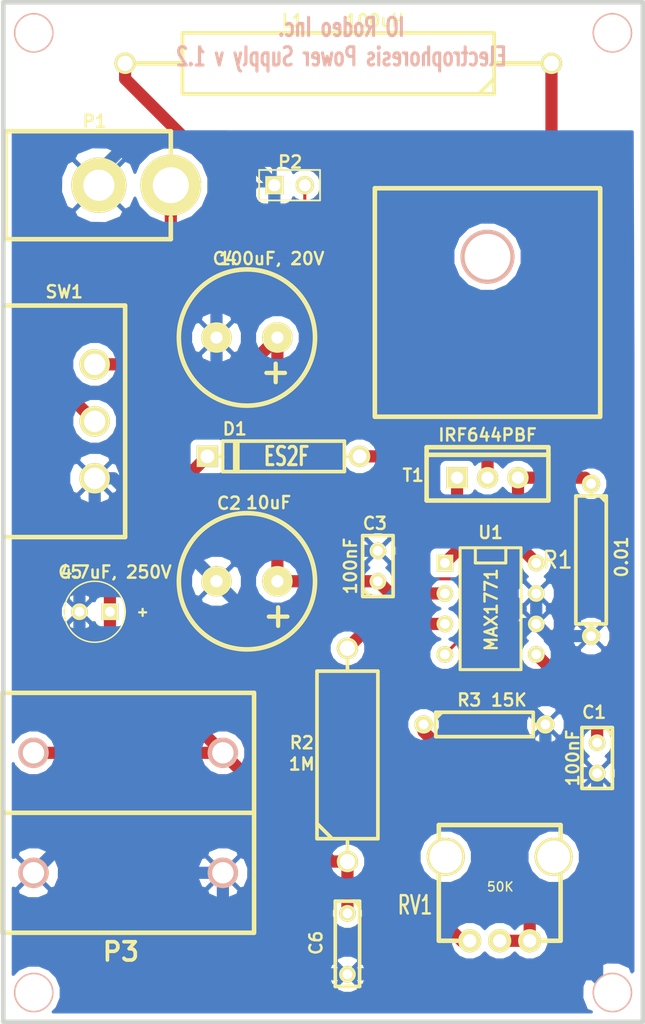
<source format=kicad_pcb>
(kicad_pcb (version 3) (host pcbnew "(2013-feb-26)-testing")

  (general
    (links 37)
    (no_connects 0)
    (area 85.829139 79.809499 139.890501 165.190501)
    (thickness 1.6002)
    (drawings 5)
    (tracks 112)
    (zones 0)
    (modules 22)
    (nets 12)
  )

  (page A4)
  (layers
    (15 Front signal)
    (0 Back signal)
    (16 B.Adhes user)
    (17 F.Adhes user)
    (18 B.Paste user)
    (19 F.Paste user)
    (20 B.SilkS user)
    (21 F.SilkS user)
    (22 B.Mask user)
    (23 F.Mask user)
    (24 Dwgs.User user)
    (25 Cmts.User user)
    (26 Eco1.User user)
    (27 Eco2.User user)
    (28 Edge.Cuts user)
  )

  (setup
    (last_trace_width 1.016)
    (trace_clearance 0.254)
    (zone_clearance 0.508)
    (zone_45_only no)
    (trace_min 0.2032)
    (segment_width 0.381)
    (edge_width 0.381)
    (via_size 0.889)
    (via_drill 0.635)
    (via_min_size 0.889)
    (via_min_drill 0.508)
    (uvia_size 0.508)
    (uvia_drill 0.127)
    (uvias_allowed no)
    (uvia_min_size 0.508)
    (uvia_min_drill 0.127)
    (pcb_text_width 0.3048)
    (pcb_text_size 1.524 2.032)
    (mod_edge_width 0.381)
    (mod_text_size 1.524 1.524)
    (mod_text_width 0.3048)
    (pad_size 3.302 3.302)
    (pad_drill 3.048)
    (pad_to_mask_clearance 0.254)
    (aux_axis_origin 11.938 11.938)
    (visible_elements FFFFFFFF)
    (pcbplotparams
      (layerselection 284196865)
      (usegerberextensions true)
      (excludeedgelayer true)
      (linewidth 60)
      (plotframeref false)
      (viasonmask false)
      (mode 1)
      (useauxorigin false)
      (hpglpennumber 1)
      (hpglpenspeed 20)
      (hpglpendiameter 15)
      (hpglpenoverlay 2)
      (psnegative false)
      (psa4output false)
      (plotreference true)
      (plotvalue true)
      (plotothertext true)
      (plotinvisibletext false)
      (padsonsilk false)
      (subtractmaskfromsilk false)
      (outputformat 1)
      (mirror false)
      (drillshape 0)
      (scaleselection 1)
      (outputdirectory gerber_v1.2/))
  )

  (net 0 "")
  (net 1 /HV)
  (net 2 /PWR)
  (net 3 /SHDN)
  (net 4 GND)
  (net 5 N-0000010)
  (net 6 N-0000011)
  (net 7 N-000002)
  (net 8 N-000005)
  (net 9 N-000007)
  (net 10 N-000008)
  (net 11 N-000009)

  (net_class Default "This is the default net class."
    (clearance 0.254)
    (trace_width 1.016)
    (via_dia 0.889)
    (via_drill 0.635)
    (uvia_dia 0.508)
    (uvia_drill 0.127)
    (add_net "")
    (add_net /HV)
    (add_net /PWR)
    (add_net /SHDN)
    (add_net GND)
    (add_net N-0000010)
    (add_net N-0000011)
    (add_net N-000002)
    (add_net N-000005)
    (add_net N-000007)
    (add_net N-000008)
    (add_net N-000009)
  )

  (module slide_switch (layer Front) (tedit 5175CD83) (tstamp 50E7715C)
    (at 91.44 114.935 270)
    (path /506223F0)
    (fp_text reference SW1 (at -10.795 0 360) (layer F.SilkS)
      (effects (font (size 1.016 1.016) (thickness 0.2032)))
    )
    (fp_text value SWITCH_INV (at -0.01016 1.99898 270) (layer F.SilkS) hide
      (effects (font (size 1.524 1.524) (thickness 0.3048)))
    )
    (fp_line (start -9.652 -5.08) (end 9.652 -5.08) (layer F.SilkS) (width 0.381))
    (fp_line (start 9.652 -5.08) (end 9.652 5.08) (layer F.SilkS) (width 0.381))
    (fp_line (start 9.652 5.08) (end -9.652 5.08) (layer F.SilkS) (width 0.381))
    (fp_line (start -9.652 5.08) (end -9.652 -5.08) (layer F.SilkS) (width 0.381))
    (pad 1 thru_hole circle (at -4.7498 -2.54 270) (size 2.54 2.54) (drill 1.778)
      (layers *.Cu *.Mask F.SilkS)
      (net 9 N-000007)
    )
    (pad 2 thru_hole circle (at 0 -2.54 270) (size 2.54 2.54) (drill 1.778)
      (layers *.Cu *.Mask F.SilkS)
      (net 2 /PWR)
    )
    (pad 3 thru_hole circle (at 4.7498 -2.54 270) (size 2.54 2.54) (drill 1.778)
      (layers *.Cu *.Mask F.SilkS)
      (net 4 GND)
    )
  )

  (module PIN_ARRAY_2X1 (layer Front) (tedit 5175D60F) (tstamp 50E77167)
    (at 110.236 95.25)
    (descr "Connecteurs 2 pins")
    (tags "CONN DEV")
    (path /506224F0)
    (fp_text reference P2 (at 0.0508 -1.9304) (layer F.SilkS)
      (effects (font (size 1.016 1.016) (thickness 0.2032)))
    )
    (fp_text value CONN_2 (at -0.254 0) (layer F.SilkS) hide
      (effects (font (size 0.762 0.762) (thickness 0.1524)))
    )
    (fp_line (start -2.54 1.27) (end -2.54 -1.27) (layer F.SilkS) (width 0.1524))
    (fp_line (start -2.54 -1.27) (end 2.54 -1.27) (layer F.SilkS) (width 0.1524))
    (fp_line (start 2.54 -1.27) (end 2.54 1.27) (layer F.SilkS) (width 0.1524))
    (fp_line (start 2.54 1.27) (end -2.54 1.27) (layer F.SilkS) (width 0.1524))
    (pad 1 thru_hole rect (at -1.27 0) (size 1.524 1.524) (drill 1.016)
      (layers *.Cu *.Mask F.SilkS)
      (net 4 GND)
    )
    (pad 2 thru_hole circle (at 1.27 0) (size 1.524 1.524) (drill 1.016)
      (layers *.Cu *.Mask F.SilkS)
      (net 3 /SHDN)
    )
    (model pin_array/pins_array_2x1.wrl
      (at (xyz 0 0 0))
      (scale (xyz 1 1 1))
      (rotate (xyz 0 0 0))
    )
  )

  (module DIP-8__300 (layer Front) (tedit 5175CE36) (tstamp 50E75116)
    (at 127 130.556 270)
    (descr "8 pins DIL package, round pads")
    (tags DIL)
    (path /5062213B)
    (fp_text reference U1 (at -6.35 0 360) (layer F.SilkS)
      (effects (font (size 1.016 1.016) (thickness 0.2032)))
    )
    (fp_text value MAX1771 (at 0.08636 -0.0508 270) (layer F.SilkS)
      (effects (font (size 1.016 1.016) (thickness 0.2032)))
    )
    (fp_line (start -5.08 -1.27) (end -3.81 -1.27) (layer F.SilkS) (width 0.254))
    (fp_line (start -3.81 -1.27) (end -3.81 1.27) (layer F.SilkS) (width 0.254))
    (fp_line (start -3.81 1.27) (end -5.08 1.27) (layer F.SilkS) (width 0.254))
    (fp_line (start -5.08 -2.54) (end 5.08 -2.54) (layer F.SilkS) (width 0.254))
    (fp_line (start 5.08 -2.54) (end 5.08 2.54) (layer F.SilkS) (width 0.254))
    (fp_line (start 5.08 2.54) (end -5.08 2.54) (layer F.SilkS) (width 0.254))
    (fp_line (start -5.08 2.54) (end -5.08 -2.54) (layer F.SilkS) (width 0.254))
    (pad 1 thru_hole rect (at -3.81 3.81 270) (size 1.397 1.397) (drill 0.8128)
      (layers *.Cu *.Mask F.SilkS)
      (net 7 N-000002)
    )
    (pad 2 thru_hole circle (at -1.27 3.81 270) (size 1.397 1.397) (drill 0.8128)
      (layers *.Cu *.Mask F.SilkS)
      (net 9 N-000007)
    )
    (pad 3 thru_hole circle (at 1.27 3.81 270) (size 1.397 1.397) (drill 0.8128)
      (layers *.Cu *.Mask F.SilkS)
      (net 6 N-0000011)
    )
    (pad 4 thru_hole circle (at 3.81 3.81 270) (size 1.397 1.397) (drill 0.8128)
      (layers *.Cu *.Mask F.SilkS)
      (net 3 /SHDN)
    )
    (pad 5 thru_hole circle (at 3.81 -3.81 270) (size 1.397 1.397) (drill 0.8128)
      (layers *.Cu *.Mask F.SilkS)
      (net 10 N-000008)
    )
    (pad 6 thru_hole circle (at 1.27 -3.81 270) (size 1.397 1.397) (drill 0.8128)
      (layers *.Cu *.Mask F.SilkS)
      (net 4 GND)
    )
    (pad 7 thru_hole circle (at -1.27 -3.81 270) (size 1.397 1.397) (drill 0.8128)
      (layers *.Cu *.Mask F.SilkS)
      (net 4 GND)
    )
    (pad 8 thru_hole circle (at -3.81 -3.81 270) (size 1.397 1.397) (drill 0.8128)
      (layers *.Cu *.Mask F.SilkS)
      (net 8 N-000005)
    )
    (model dil/dil_8.wrl
      (at (xyz 0 0 0))
      (scale (xyz 1 1 1))
      (rotate (xyz 0 0 0))
    )
  )

  (module DCJACK_2PIN (layer Front) (tedit 5175CD7B) (tstamp 50E77150)
    (at 100.33 95.25 180)
    (path /50622201)
    (fp_text reference P1 (at 6.35 5.334 180) (layer F.SilkS)
      (effects (font (size 1.016 1.016) (thickness 0.2032)))
    )
    (fp_text value CONN_2 (at 7.874 0 180) (layer F.SilkS) hide
      (effects (font (size 1.524 1.524) (thickness 0.3048)))
    )
    (fp_line (start 0 -2.70002) (end 0 -4.50088) (layer F.SilkS) (width 0.381))
    (fp_line (start 0 -4.50088) (end 13.79982 -4.50088) (layer F.SilkS) (width 0.381))
    (fp_line (start 13.79982 -4.50088) (end 13.79982 4.39928) (layer F.SilkS) (width 0.381))
    (fp_line (start 13.79982 4.39928) (end 13.79982 4.50088) (layer F.SilkS) (width 0.381))
    (fp_line (start 13.79982 4.50088) (end 0 4.50088) (layer F.SilkS) (width 0.381))
    (fp_line (start 0 4.50088) (end 0 2.70002) (layer F.SilkS) (width 0.381))
    (pad 1 thru_hole circle (at 0 0 180) (size 5.08 5.08) (drill 2.99974)
      (layers *.Cu *.Mask F.SilkS)
      (net 2 /PWR)
    )
    (pad 2 thru_hole circle (at 5.99948 0 180) (size 4.59994 4.59994) (drill 2.60096)
      (layers *.Cu *.Mask F.SilkS)
      (net 4 GND)
    )
  )

  (module CAPPOL (layer Front) (tedit 5175D61A) (tstamp 50E74D69)
    (at 106.68 128.27 180)
    (path /5062216E)
    (fp_text reference C2 (at 1.4986 6.5024 180) (layer F.SilkS)
      (effects (font (size 1.016 1.016) (thickness 0.2032)))
    )
    (fp_text value 10uF (at -1.8034 6.5532 180) (layer F.SilkS)
      (effects (font (size 1.016 1.016) (thickness 0.2032)))
    )
    (fp_text user + (at -2.60096 -2.79908 180) (layer F.SilkS)
      (effects (font (size 2.032 2.032) (thickness 0.3556)))
    )
    (fp_circle (center 0 0) (end 5.08 2.54) (layer F.SilkS) (width 0.381))
    (pad 1 thru_hole circle (at -2.54 0 180) (size 2.54 2.54) (drill 1.016)
      (layers *.Cu *.Mask F.SilkS)
      (net 9 N-000007)
    )
    (pad 2 thru_hole circle (at 2.54 0 180) (size 2.54 2.54) (drill 1.016)
      (layers *.Cu *.Mask F.SilkS)
      (net 4 GND)
    )
  )

  (module CAPPOL (layer Front) (tedit 5175D60A) (tstamp 50E74D71)
    (at 106.68 107.95 180)
    (path /50622169)
    (fp_text reference C4 (at 1.8542 6.5786 180) (layer F.SilkS)
      (effects (font (size 1.016 1.016) (thickness 0.2032)))
    )
    (fp_text value "100uF, 20V" (at -2.0574 6.5786 180) (layer F.SilkS)
      (effects (font (size 1.016 1.016) (thickness 0.2032)))
    )
    (fp_text user + (at -2.39776 -2.80162 180) (layer F.SilkS)
      (effects (font (size 2.032 2.032) (thickness 0.3556)))
    )
    (fp_circle (center 0 0) (end 5.08 2.54) (layer F.SilkS) (width 0.381))
    (pad 1 thru_hole circle (at -2.54 0 180) (size 2.54 2.54) (drill 1.016)
      (layers *.Cu *.Mask F.SilkS)
      (net 9 N-000007)
    )
    (pad 2 thru_hole circle (at 2.54 0 180) (size 2.54 2.54) (drill 1.016)
      (layers *.Cu *.Mask F.SilkS)
      (net 4 GND)
    )
  )

  (module C2 (layer Front) (tedit 51252A35) (tstamp 5175C5EE)
    (at 115.062 158.496 270)
    (descr "Condensateur = 2 pas")
    (tags C)
    (path /5062217E)
    (fp_text reference C6 (at -0.08128 2.62636 270) (layer F.SilkS)
      (effects (font (size 1.016 1.016) (thickness 0.2032)))
    )
    (fp_text value "100nF, 250V" (at 0 0 270) (layer F.SilkS) hide
      (effects (font (size 1.016 1.016) (thickness 0.2032)))
    )
    (fp_line (start -3.556 -1.016) (end 3.556 -1.016) (layer F.SilkS) (width 0.3048))
    (fp_line (start 3.556 -1.016) (end 3.556 1.016) (layer F.SilkS) (width 0.3048))
    (fp_line (start 3.556 1.016) (end -3.556 1.016) (layer F.SilkS) (width 0.3048))
    (fp_line (start -3.556 1.016) (end -3.556 -1.016) (layer F.SilkS) (width 0.3048))
    (fp_line (start -3.556 -0.508) (end -3.048 -1.016) (layer F.SilkS) (width 0.3048))
    (pad 1 thru_hole circle (at -2.54 0 270) (size 1.397 1.397) (drill 0.8128)
      (layers *.Cu *.Mask F.SilkS)
      (net 1 /HV)
    )
    (pad 2 thru_hole circle (at 2.54 0 270) (size 1.397 1.397) (drill 0.8128)
      (layers *.Cu *.Mask F.SilkS)
      (net 4 GND)
    )
    (model discret/capa_2pas_5x5mm.wrl
      (at (xyz 0 0 0))
      (scale (xyz 1 1 1))
      (rotate (xyz 0 0 0))
    )
  )

  (module C1V5 (layer Front) (tedit 5175D624) (tstamp 50E74D84)
    (at 93.98 130.81 180)
    (descr "Condensateur e = 1 pas")
    (tags C)
    (path /5062216C)
    (fp_text reference C5 (at 2.032 3.302 180) (layer F.SilkS)
      (effects (font (size 1.016 1.016) (thickness 0.2032)))
    )
    (fp_text value "4.7uF, 250V" (at -1.778 3.302 180) (layer F.SilkS)
      (effects (font (size 1.016 1.016) (thickness 0.2032)))
    )
    (fp_text user + (at -4.0005 0 180) (layer F.SilkS)
      (effects (font (size 0.762 0.762) (thickness 0.2032)))
    )
    (fp_circle (center 0 0) (end 0.127 -2.54) (layer F.SilkS) (width 0.127))
    (pad 1 thru_hole rect (at -1.27 0 180) (size 1.397 1.397) (drill 0.8128)
      (layers *.Cu *.Mask F.SilkS)
      (net 1 /HV)
    )
    (pad 2 thru_hole circle (at 1.27 0 180) (size 1.397 1.397) (drill 0.8128)
      (layers *.Cu *.Mask F.SilkS)
      (net 4 GND)
    )
    (model discret/c_vert_c1v5.wrl
      (at (xyz 0 0 0))
      (scale (xyz 1 1 1))
      (rotate (xyz 0 0 0))
    )
  )

  (module C1 (layer Front) (tedit 5175CDFA) (tstamp 50E74D8F)
    (at 117.602 127 90)
    (descr "Condensateur e = 1 pas")
    (tags C)
    (path /50622184)
    (fp_text reference C3 (at 3.556 -0.254 180) (layer F.SilkS)
      (effects (font (size 1.016 1.016) (thickness 0.2032)))
    )
    (fp_text value 100nF (at 0 -2.286 90) (layer F.SilkS)
      (effects (font (size 1.016 1.016) (thickness 0.2032)))
    )
    (fp_line (start -2.4892 -1.27) (end 2.54 -1.27) (layer F.SilkS) (width 0.3048))
    (fp_line (start 2.54 -1.27) (end 2.54 1.27) (layer F.SilkS) (width 0.3048))
    (fp_line (start 2.54 1.27) (end -2.54 1.27) (layer F.SilkS) (width 0.3048))
    (fp_line (start -2.54 1.27) (end -2.54 -1.27) (layer F.SilkS) (width 0.3048))
    (fp_line (start -2.54 -0.635) (end -1.905 -1.27) (layer F.SilkS) (width 0.3048))
    (pad 1 thru_hole circle (at -1.27 0 90) (size 1.397 1.397) (drill 0.8128)
      (layers *.Cu *.Mask F.SilkS)
      (net 9 N-000007)
    )
    (pad 2 thru_hole circle (at 1.27 0 90) (size 1.397 1.397) (drill 0.8128)
      (layers *.Cu *.Mask F.SilkS)
      (net 4 GND)
    )
    (model discret/capa_1_pas.wrl
      (at (xyz 0 0 0))
      (scale (xyz 1 1 1))
      (rotate (xyz 0 0 0))
    )
  )

  (module C1 (layer Front) (tedit 5175CE60) (tstamp 50E74D9A)
    (at 135.89 143.002 270)
    (descr "Condensateur e = 1 pas")
    (tags C)
    (path /50622181)
    (fp_text reference C1 (at -3.81 0.254 360) (layer F.SilkS)
      (effects (font (size 1.016 1.016) (thickness 0.2032)))
    )
    (fp_text value 100nF (at 0 2.032 270) (layer F.SilkS)
      (effects (font (size 1.016 1.016) (thickness 0.2032)))
    )
    (fp_line (start -2.4892 -1.27) (end 2.54 -1.27) (layer F.SilkS) (width 0.3048))
    (fp_line (start 2.54 -1.27) (end 2.54 1.27) (layer F.SilkS) (width 0.3048))
    (fp_line (start 2.54 1.27) (end -2.54 1.27) (layer F.SilkS) (width 0.3048))
    (fp_line (start -2.54 1.27) (end -2.54 -1.27) (layer F.SilkS) (width 0.3048))
    (fp_line (start -2.54 -0.635) (end -1.905 -1.27) (layer F.SilkS) (width 0.3048))
    (pad 1 thru_hole circle (at -1.27 0 270) (size 1.397 1.397) (drill 0.8128)
      (layers *.Cu *.Mask F.SilkS)
      (net 10 N-000008)
    )
    (pad 2 thru_hole circle (at 1.27 0 270) (size 1.397 1.397) (drill 0.8128)
      (layers *.Cu *.Mask F.SilkS)
      (net 4 GND)
    )
    (model discret/capa_1_pas.wrl
      (at (xyz 0 0 0))
      (scale (xyz 1 1 1))
      (rotate (xyz 0 0 0))
    )
  )

  (module MOUNT_HOLE_4_40 (layer Front) (tedit 51242535) (tstamp 5124265D)
    (at 88.9 162.56)
    (fp_text reference MOUNT_HOLE_1 (at 0 -2.032) (layer F.SilkS) hide
      (effects (font (size 0.254 0.254) (thickness 0.0635)))
    )
    (fp_text value VAL** (at 0 2.032) (layer F.SilkS) hide
      (effects (font (size 0.254 0.254) (thickness 0.0635)))
    )
    (pad "" thru_hole circle (at 0 0) (size 3.302 3.302) (drill 3.048)
      (layers *.Cu *.SilkS *.Mask)
    )
  )

  (module MOUNT_HOLE_4_40 (layer Front) (tedit 50E784A9) (tstamp 50E7CF87)
    (at 137.16 82.55)
    (fp_text reference MOUNT_HOLE_4 (at 0 -2.032) (layer F.SilkS) hide
      (effects (font (size 0.254 0.254) (thickness 0.0635)))
    )
    (fp_text value VAL** (at 0 2.032) (layer F.SilkS) hide
      (effects (font (size 0.254 0.254) (thickness 0.0635)))
    )
    (pad "" thru_hole circle (at 0 0) (size 3.302 3.302) (drill 3.048)
      (layers *.Cu *.SilkS *.Mask)
    )
  )

  (module MOUNT_HOLE_4_40 (layer Front) (tedit 50E78491) (tstamp 5175C71B)
    (at 88.9 82.55)
    (fp_text reference MOUNT_HOLE_2 (at 0 -2.032) (layer F.SilkS) hide
      (effects (font (size 0.254 0.254) (thickness 0.0635)))
    )
    (fp_text value VAL** (at 0 2.032) (layer F.SilkS) hide
      (effects (font (size 0.254 0.254) (thickness 0.0635)))
    )
    (pad "" thru_hole circle (at 0 0) (size 3.302 3.302) (drill 3.048)
      (layers *.Cu *.SilkS *.Mask)
    )
  )

  (module R4 (layer Front) (tedit 5175CF59) (tstamp 5124205F)
    (at 126.492 140.208)
    (descr "Resitance 4 pas")
    (tags R)
    (path /50622D01)
    (autoplace_cost180 10)
    (fp_text reference R3 (at -1.27 -2.032) (layer F.SilkS)
      (effects (font (size 1.016 1.016) (thickness 0.2032)))
    )
    (fp_text value 15K (at 2.032 -2.032) (layer F.SilkS)
      (effects (font (size 1.016 1.016) (thickness 0.2032)))
    )
    (fp_line (start -5.08 0) (end -4.064 0) (layer F.SilkS) (width 0.3048))
    (fp_line (start -4.064 0) (end -4.064 -1.016) (layer F.SilkS) (width 0.3048))
    (fp_line (start -4.064 -1.016) (end 4.064 -1.016) (layer F.SilkS) (width 0.3048))
    (fp_line (start 4.064 -1.016) (end 4.064 1.016) (layer F.SilkS) (width 0.3048))
    (fp_line (start 4.064 1.016) (end -4.064 1.016) (layer F.SilkS) (width 0.3048))
    (fp_line (start -4.064 1.016) (end -4.064 0) (layer F.SilkS) (width 0.3048))
    (fp_line (start -4.064 -0.508) (end -3.556 -1.016) (layer F.SilkS) (width 0.3048))
    (fp_line (start 5.08 0) (end 4.064 0) (layer F.SilkS) (width 0.3048))
    (pad 1 thru_hole circle (at -5.08 0) (size 1.524 1.524) (drill 0.8128)
      (layers *.Cu *.Mask F.SilkS)
      (net 5 N-0000010)
    )
    (pad 2 thru_hole circle (at 5.08 0) (size 1.524 1.524) (drill 0.8128)
      (layers *.Cu *.Mask F.SilkS)
      (net 4 GND)
    )
    (model discret/resistor.wrl
      (at (xyz 0 0 0))
      (scale (xyz 0.4 0.4 0.4))
      (rotate (xyz 0 0 0))
    )
  )

  (module D5 (layer Front) (tedit 5175CE03) (tstamp 512420B8)
    (at 109.728 117.856 180)
    (descr "Diode 5 pas")
    (tags "DIODE DEV")
    (path /506226AA)
    (fp_text reference D1 (at 4.064 2.286 180) (layer F.SilkS)
      (effects (font (size 1.016 1.016) (thickness 0.2032)))
    )
    (fp_text value ES2F (at -0.254 0 180) (layer F.SilkS)
      (effects (font (size 1.524 1.016) (thickness 0.254)))
    )
    (fp_line (start 6.35 0) (end 5.08 0) (layer F.SilkS) (width 0.3048))
    (fp_line (start 5.08 0) (end 5.08 -1.27) (layer F.SilkS) (width 0.3048))
    (fp_line (start 5.08 -1.27) (end -5.08 -1.27) (layer F.SilkS) (width 0.3048))
    (fp_line (start -5.08 -1.27) (end -5.08 0) (layer F.SilkS) (width 0.3048))
    (fp_line (start -5.08 0) (end -6.35 0) (layer F.SilkS) (width 0.3048))
    (fp_line (start -5.08 0) (end -5.08 1.27) (layer F.SilkS) (width 0.3048))
    (fp_line (start -5.08 1.27) (end 5.08 1.27) (layer F.SilkS) (width 0.3048))
    (fp_line (start 5.08 1.27) (end 5.08 0) (layer F.SilkS) (width 0.3048))
    (fp_line (start 3.81 -1.27) (end 3.81 1.27) (layer F.SilkS) (width 0.3048))
    (fp_line (start 4.064 -1.27) (end 4.064 1.27) (layer F.SilkS) (width 0.3048))
    (pad 1 thru_hole circle (at -6.35 0 180) (size 1.778 1.778) (drill 1.143)
      (layers *.Cu *.Mask F.SilkS)
      (net 11 N-000009)
    )
    (pad 2 thru_hole rect (at 6.35 0 180) (size 1.778 1.778) (drill 1.143)
      (layers *.Cu *.Mask F.SilkS)
      (net 1 /HV)
    )
    (model discret/diode.wrl
      (at (xyz 0 0 0))
      (scale (xyz 0.5 0.5 0.5))
      (rotate (xyz 0 0 0))
    )
  )

  (module R7 (layer Front) (tedit 5175CD61) (tstamp 512420F8)
    (at 115.062 142.748 90)
    (descr "Resitance 7 pas")
    (tags R)
    (path /50622CFF)
    (autoplace_cost180 10)
    (fp_text reference R2 (at 1.016 -3.81 180) (layer F.SilkS)
      (effects (font (size 1.016 1.016) (thickness 0.2032)))
    )
    (fp_text value 1M (at -0.762 -3.81 180) (layer F.SilkS)
      (effects (font (size 1.016 1.016) (thickness 0.2032)))
    )
    (fp_line (start -8.89 0) (end -8.89 0) (layer F.SilkS) (width 0.3048))
    (fp_line (start -8.89 0) (end -8.89 0) (layer F.SilkS) (width 0.3048))
    (fp_line (start 6.985 0) (end 8.89 0) (layer F.SilkS) (width 0.3048))
    (fp_line (start 8.89 0) (end 8.89 0) (layer F.SilkS) (width 0.3048))
    (fp_line (start 6.985 2.54) (end -6.985 2.54) (layer F.SilkS) (width 0.3048))
    (fp_line (start -6.985 -2.54) (end 6.985 -2.54) (layer F.SilkS) (width 0.3048))
    (fp_line (start -6.985 -1.27) (end -5.715 -2.54) (layer F.SilkS) (width 0.3048))
    (fp_line (start 6.985 -2.54) (end 6.985 2.54) (layer F.SilkS) (width 0.3048))
    (fp_line (start -6.985 -2.54) (end -6.985 2.54) (layer F.SilkS) (width 0.3048))
    (fp_line (start -8.89 0) (end -6.985 0) (layer F.SilkS) (width 0.3048))
    (pad 1 thru_hole circle (at -8.89 0 90) (size 1.778 1.778) (drill 1.27)
      (layers *.Cu *.Mask F.SilkS)
      (net 1 /HV)
    )
    (pad 2 thru_hole circle (at 8.89 0 90) (size 1.778 1.778) (drill 1.27)
      (layers *.Cu *.Mask F.SilkS)
      (net 6 N-0000011)
    )
    (model discret/resistor.wrl
      (at (xyz 0 0 0))
      (scale (xyz 0.7 0.7 0.7))
      (rotate (xyz 0 0 0))
    )
  )

  (module R5 (layer Front) (tedit 5175CF85) (tstamp 51242116)
    (at 135.382 126.492 270)
    (descr "Resistance 5 pas")
    (tags R)
    (path /50622C5E)
    (autoplace_cost180 10)
    (fp_text reference R1 (at 0 2.794 360) (layer F.SilkS)
      (effects (font (size 1.397 1.27) (thickness 0.2032)))
    )
    (fp_text value 0.01 (at -0.254 -2.54 270) (layer F.SilkS)
      (effects (font (size 1.016 1.016) (thickness 0.2032)))
    )
    (fp_line (start -6.35 0) (end -5.334 0) (layer F.SilkS) (width 0.3048))
    (fp_line (start 6.35 0) (end 5.334 0) (layer F.SilkS) (width 0.3048))
    (fp_line (start 5.334 -1.27) (end 5.334 1.27) (layer F.SilkS) (width 0.3048))
    (fp_line (start 5.334 1.27) (end -5.334 1.27) (layer F.SilkS) (width 0.3048))
    (fp_line (start -5.334 1.27) (end -5.334 -1.27) (layer F.SilkS) (width 0.3048))
    (fp_line (start -5.334 -1.27) (end 5.334 -1.27) (layer F.SilkS) (width 0.3048))
    (fp_line (start -5.334 -0.762) (end -4.826 -1.27) (layer F.SilkS) (width 0.3048))
    (pad 1 thru_hole circle (at -6.35 0 270) (size 1.524 1.524) (drill 0.8128)
      (layers *.Cu *.Mask F.SilkS)
      (net 8 N-000005)
    )
    (pad 2 thru_hole circle (at 6.35 0 270) (size 1.524 1.524) (drill 0.8128)
      (layers *.Cu *.Mask F.SilkS)
      (net 4 GND)
    )
    (model discret/resistor.wrl
      (at (xyz 0 0 0))
      (scale (xyz 0.5 0.5 0.5))
      (rotate (xyz 0 0 0))
    )
  )

  (module INDUCTOR_COIL (layer Front) (tedit 5175C728) (tstamp 51242043)
    (at 114.3 85.09 180)
    (descr "Power inductor")
    (tags L)
    (path /506223C6)
    (autoplace_cost180 10)
    (fp_text reference L1 (at 3.81 3.556 180) (layer F.SilkS)
      (effects (font (size 1.016 1.016) (thickness 0.2032)))
    )
    (fp_text value 100uH (at -3.048 3.556 180) (layer F.SilkS)
      (effects (font (size 1.016 1.016) (thickness 0.2032)))
    )
    (fp_line (start -13.081 0) (end -16.764 0) (layer F.SilkS) (width 0.381))
    (fp_line (start 13.208 0) (end 16.764 0) (layer F.SilkS) (width 0.381))
    (fp_line (start 12.99972 2.54) (end -12.99972 2.54) (layer F.SilkS) (width 0.3048))
    (fp_line (start -12.99972 -2.54) (end 12.99972 -2.54) (layer F.SilkS) (width 0.3048))
    (fp_line (start -12.98448 -1.27) (end -11.71448 -2.54) (layer F.SilkS) (width 0.3048))
    (fp_line (start 12.99972 -2.54) (end 12.99972 2.54) (layer F.SilkS) (width 0.3048))
    (fp_line (start -12.99972 -2.54) (end -12.99972 2.54) (layer F.SilkS) (width 0.3048))
    (pad 1 thru_hole circle (at -17.78 0 180) (size 1.778 1.778) (drill 1.27)
      (layers *.Cu *.Mask F.SilkS)
      (net 11 N-000009)
    )
    (pad 2 thru_hole circle (at 17.78 0 180) (size 1.778 1.778) (drill 1.27)
      (layers *.Cu *.Mask F.SilkS)
      (net 9 N-000007)
    )
    (model discret/resistor.wrl
      (at (xyz 0 0 0))
      (scale (xyz 0.7 0.7 0.7))
      (rotate (xyz 0 0 0))
    )
  )

  (module BANANA_JACK (layer Front) (tedit 5175C5C4) (tstamp 51242098)
    (at 96.774 147.574)
    (path /50622205)
    (fp_text reference P3 (at -0.60706 11.5824) (layer F.SilkS)
      (effects (font (size 1.524 1.524) (thickness 0.3048)))
    )
    (fp_text value CONN_2 (at 0.53594 -1.3716) (layer F.SilkS) hide
      (effects (font (size 1.524 1.524) (thickness 0.3048)))
    )
    (fp_line (start -10.50036 0) (end 10.50036 0) (layer F.SilkS) (width 0.381))
    (fp_line (start -10.50036 -9.99998) (end -10.50036 9.99998) (layer F.SilkS) (width 0.381))
    (fp_line (start 10.50036 -9.99998) (end 10.50036 9.99998) (layer F.SilkS) (width 0.381))
    (fp_line (start -10.50036 -9.99998) (end 10.50036 -9.99998) (layer F.SilkS) (width 0.381))
    (fp_line (start 10.50036 9.99998) (end -10.50036 9.99998) (layer F.SilkS) (width 0.381))
    (pad 1 thru_hole circle (at -7.8994 -5.00126) (size 2.54 2.54) (drill 1.778)
      (layers *.Cu *.Paste *.SilkS *.Mask)
      (net 1 /HV)
    )
    (pad 1 thru_hole circle (at 7.8994 -5.00126) (size 2.54 2.54) (drill 1.778)
      (layers *.Cu *.Paste *.SilkS *.Mask)
      (net 1 /HV)
    )
    (pad 2 thru_hole circle (at -7.8994 5.00126) (size 2.54 2.54) (drill 1.778)
      (layers *.Cu *.Paste *.SilkS *.Mask)
      (net 4 GND)
    )
    (pad 2 thru_hole circle (at 7.8994 5.00126) (size 2.54 2.54) (drill 1.778)
      (layers *.Cu *.Paste *.SilkS *.Mask)
      (net 4 GND)
    )
  )

  (module TO220_VERT_MOD (layer Front) (tedit 5175CE1D) (tstamp 51243468)
    (at 126.746 119.634 90)
    (descr "Regulateur TO220 serie LM78xx")
    (tags "TR TO220")
    (path /50622BF8)
    (fp_text reference T1 (at 0.20066 -6.20014 180) (layer F.SilkS)
      (effects (font (size 1.016 1.016) (thickness 0.2032)))
    )
    (fp_text value IRF644PBF (at 3.556 0 180) (layer F.SilkS)
      (effects (font (size 1.016 1.016) (thickness 0.2032)))
    )
    (fp_line (start 24.13 9.398) (end 24.13 -9.398) (layer F.SilkS) (width 0.381))
    (fp_line (start 5.08 9.398) (end 24.13 9.398) (layer F.SilkS) (width 0.381))
    (fp_line (start 5.08 -9.398) (end 24.13 -9.398) (layer F.SilkS) (width 0.381))
    (fp_line (start 5.08 -9.398) (end 5.08 9.398) (layer F.SilkS) (width 0.381))
    (fp_line (start 1.905 -5.08) (end 2.54 -5.08) (layer F.SilkS) (width 0.381))
    (fp_line (start 2.54 -5.08) (end 2.54 5.08) (layer F.SilkS) (width 0.381))
    (fp_line (start 2.54 5.08) (end 1.905 5.08) (layer F.SilkS) (width 0.381))
    (fp_line (start -1.905 -5.08) (end 1.905 -5.08) (layer F.SilkS) (width 0.381))
    (fp_line (start 1.905 -5.08) (end 1.905 5.08) (layer F.SilkS) (width 0.381))
    (fp_line (start 1.905 5.08) (end -1.905 5.08) (layer F.SilkS) (width 0.381))
    (fp_line (start -1.905 5.08) (end -1.905 -5.08) (layer F.SilkS) (width 0.381))
    (pad 1 thru_hole rect (at 0 -2.54 90) (size 1.778 1.778) (drill 1.016)
      (layers *.Cu *.Mask F.SilkS)
      (net 7 N-000002)
    )
    (pad 2 thru_hole circle (at 0 0 90) (size 1.778 1.778) (drill 1.016)
      (layers *.Cu *.Mask F.SilkS)
      (net 11 N-000009)
    )
    (pad 3 thru_hole circle (at 0 2.54 90) (size 1.778 1.778) (drill 1.016)
      (layers *.Cu *.Mask F.SilkS)
      (net 8 N-000005)
    )
    (pad "" thru_hole circle (at 18.42008 0 90) (size 4.50088 4.50088) (drill 3.81)
      (layers *.Cu *.Paste *.SilkS *.Mask)
    )
  )

  (module POT_EVUF2A (layer Front) (tedit 51252A50) (tstamp 512432BF)
    (at 127.762 158.242 270)
    (path /50622DAA)
    (fp_text reference RV1 (at -2.9718 7.0612 360) (layer F.SilkS)
      (effects (font (size 1.524 1.016) (thickness 0.2032)))
    )
    (fp_text value 50K (at -4.4958 -0.0508 360) (layer F.SilkS)
      (effects (font (size 0.762 0.762) (thickness 0.127)))
    )
    (fp_line (start -5.08 -5.08) (end -5.588 -5.08) (layer F.SilkS) (width 0.381))
    (fp_line (start -8.89 -5.08) (end -8.382 -5.08) (layer F.SilkS) (width 0.381))
    (fp_line (start -8.89 5.08) (end -8.382 5.08) (layer F.SilkS) (width 0.381))
    (fp_line (start -5.08 5.08) (end -5.588 5.08) (layer F.SilkS) (width 0.381))
    (fp_line (start 0 3.81) (end 0 3.556) (layer F.SilkS) (width 0.381))
    (fp_line (start -5.08 5.08) (end 0 5.08) (layer F.SilkS) (width 0.381))
    (fp_line (start 0 5.08) (end 0 3.81) (layer F.SilkS) (width 0.381))
    (fp_line (start -8.89 -5.08) (end -9.652 -5.08) (layer F.SilkS) (width 0.381))
    (fp_line (start -9.652 -5.08) (end -9.652 5.08) (layer F.SilkS) (width 0.381))
    (fp_line (start -9.652 5.08) (end -8.89 5.08) (layer F.SilkS) (width 0.381))
    (fp_line (start 0 -3.556) (end 0 -5.08) (layer F.SilkS) (width 0.381))
    (fp_line (start 0 -5.08) (end -5.08 -5.08) (layer F.SilkS) (width 0.381))
    (pad 1 thru_hole circle (at 0 2.49936 270) (size 1.9304 1.9304) (drill 1.09982)
      (layers *.Cu *.Mask F.SilkS)
      (net 6 N-0000011)
    )
    (pad 2 thru_hole circle (at 0 0 270) (size 1.9304 1.9304) (drill 1.09982)
      (layers *.Cu *.Mask F.SilkS)
      (net 5 N-0000010)
    )
    (pad 3 thru_hole circle (at 0 -2.49936 270) (size 1.9304 1.9304) (drill 1.09982)
      (layers *.Cu *.Mask F.SilkS)
      (net 5 N-0000010)
    )
    (pad "" thru_hole circle (at -7.00024 4.50088 270) (size 3.175 3.175) (drill 2.7178)
      (layers *.Cu *.Mask F.SilkS)
    )
    (pad "" thru_hole circle (at -7.00024 -4.50088 270) (size 3.175 3.175) (drill 2.7178)
      (layers *.Cu *.Mask F.SilkS)
    )
  )

  (module MOUNT_HOLE_4_40_GND (layer Front) (tedit 5124389B) (tstamp 512438BA)
    (at 137.16 162.56)
    (path /51243742)
    (fp_text reference P4 (at 0 -2.032) (layer F.SilkS) hide
      (effects (font (size 0.254 0.254) (thickness 0.0635)))
    )
    (fp_text value CONN_1 (at 0 2.032) (layer F.SilkS) hide
      (effects (font (size 0.254 0.254) (thickness 0.0635)))
    )
    (pad 1 thru_hole circle (at 0 0) (size 3.302 3.302) (drill 3.048)
      (layers *.Cu *.SilkS *.Mask)
      (net 4 GND)
    )
  )

  (gr_line (start 139.7 80) (end 139.7 165) (angle 90) (layer Edge.Cuts) (width 0.381))
  (gr_line (start 86.36 165) (end 86.36 80) (angle 90) (layer Edge.Cuts) (width 0.381))
  (gr_line (start 139.7 165) (end 86.36 165) (angle 90) (layer Edge.Cuts) (width 0.381))
  (gr_line (start 86.36 80) (end 139.7 80) (angle 90) (layer Edge.Cuts) (width 0.381))
  (gr_text "IO Rodeo Inc.\nElectrophoresis Power Supply v 1.2" (at 114.554 83.312) (layer B.SilkS)
    (effects (font (size 1.524 1.016) (thickness 0.254)) (justify mirror))
  )

  (segment (start 95.25 130.81) (end 95.25 125.984) (width 1.016) (layer Front) (net 1))
  (segment (start 95.25 125.984) (end 103.378 117.856) (width 1.016) (layer Front) (net 1) (tstamp 5175D735))
  (segment (start 95.25 130.81) (end 95.25 133.14934) (width 1.016) (layer Front) (net 1))
  (segment (start 95.25 133.14934) (end 104.6734 142.57274) (width 1.016) (layer Front) (net 1) (tstamp 5175D72D))
  (segment (start 115.062 155.956) (end 115.062 151.638) (width 1.016) (layer Front) (net 1))
  (segment (start 88.8746 142.57274) (end 104.6734 142.57274) (width 1.016) (layer Front) (net 1))
  (segment (start 104.6734 142.57274) (end 113.73866 151.638) (width 1.016) (layer Front) (net 1) (tstamp 5175D27D))
  (segment (start 113.73866 151.638) (end 115.062 151.638) (width 1.016) (layer Front) (net 1) (tstamp 5175D27E))
  (segment (start 100.33 95.25) (end 100.33 103.632) (width 1.016) (layer Front) (net 2))
  (segment (start 91.186 112.141) (end 93.98 114.935) (width 1.016) (layer Front) (net 2) (tstamp 5175D1E0))
  (segment (start 91.186 107.95) (end 91.186 112.141) (width 1.016) (layer Front) (net 2) (tstamp 5175D1DF))
  (segment (start 93.726 105.41) (end 91.186 107.95) (width 1.016) (layer Front) (net 2) (tstamp 5175D1DE))
  (segment (start 98.552 105.41) (end 93.726 105.41) (width 1.016) (layer Front) (net 2) (tstamp 5175D1D7))
  (segment (start 100.33 103.632) (end 98.552 105.41) (width 1.016) (layer Front) (net 2) (tstamp 5175D1D2))
  (segment (start 111.506 95.25) (end 111.506 116.3574) (width 0.254) (layer Front) (net 3))
  (segment (start 124.7394 132.8166) (end 123.19 134.366) (width 0.254) (layer Front) (net 3) (tstamp 5175D3C0))
  (segment (start 124.7394 128.8542) (end 124.7394 132.8166) (width 0.254) (layer Front) (net 3) (tstamp 5175D3BF))
  (segment (start 123.952 128.0668) (end 124.7394 128.8542) (width 0.254) (layer Front) (net 3) (tstamp 5175D3BD))
  (segment (start 122.0978 128.0668) (end 123.952 128.0668) (width 0.254) (layer Front) (net 3) (tstamp 5175D3BC))
  (segment (start 121.2088 127.1778) (end 122.0978 128.0668) (width 0.254) (layer Front) (net 3) (tstamp 5175D3BB))
  (segment (start 121.2088 126.111) (end 121.2088 127.1778) (width 0.254) (layer Front) (net 3) (tstamp 5175D3B8))
  (segment (start 118.3386 123.2408) (end 121.2088 126.111) (width 0.254) (layer Front) (net 3) (tstamp 5175D3B3))
  (segment (start 118.3386 123.19) (end 118.3386 123.2408) (width 0.254) (layer Front) (net 3) (tstamp 5175D3AE))
  (segment (start 111.506 116.3574) (end 118.3386 123.19) (width 0.254) (layer Front) (net 3) (tstamp 5175D3A7))
  (segment (start 93.726 147.701) (end 93.726 135.636) (width 1.016) (layer Back) (net 4))
  (segment (start 92.71 134.62) (end 92.71 130.81) (width 1.016) (layer Back) (net 4) (tstamp 5175D74F))
  (segment (start 93.726 135.636) (end 92.71 134.62) (width 1.016) (layer Back) (net 4) (tstamp 5175D74A))
  (segment (start 92.71 130.81) (end 92.71 124.46) (width 1.016) (layer Back) (net 4))
  (segment (start 92.71 124.46) (end 93.98 123.19) (width 1.016) (layer Back) (net 4) (tstamp 5175D73B))
  (segment (start 93.98 123.19) (end 93.98 119.6848) (width 1.016) (layer Back) (net 4) (tstamp 5175D73F))
  (segment (start 115.062 161.036) (end 135.636 161.036) (width 1.016) (layer Back) (net 4))
  (segment (start 135.636 161.036) (end 137.16 162.56) (width 1.016) (layer Back) (net 4) (tstamp 5175D40D))
  (segment (start 104.6734 152.57526) (end 104.6734 155.0416) (width 1.016) (layer Back) (net 4))
  (segment (start 110.6678 161.036) (end 115.062 161.036) (width 1.016) (layer Back) (net 4) (tstamp 5175D405))
  (segment (start 104.6734 155.0416) (end 110.6678 161.036) (width 1.016) (layer Back) (net 4) (tstamp 5175D404))
  (segment (start 104.6734 152.57526) (end 98.60026 152.57526) (width 1.016) (layer Back) (net 4))
  (segment (start 98.60026 152.57526) (end 93.726 147.701) (width 1.016) (layer Back) (net 4) (tstamp 5175D3FD))
  (segment (start 93.726 147.701) (end 93.726 147.72386) (width 1.016) (layer Back) (net 4) (tstamp 5175D402))
  (segment (start 93.726 147.72386) (end 88.8746 152.57526) (width 1.016) (layer Back) (net 4) (tstamp 5175D3F7))
  (segment (start 131.572 140.208) (end 131.572 142.0876) (width 1.016) (layer Back) (net 4))
  (segment (start 133.7564 144.272) (end 135.89 144.272) (width 1.016) (layer Back) (net 4) (tstamp 5175D332))
  (segment (start 131.572 142.0876) (end 133.7564 144.272) (width 1.016) (layer Back) (net 4) (tstamp 5175D331))
  (segment (start 130.81 131.826) (end 129.8702 131.826) (width 1.016) (layer Back) (net 4))
  (segment (start 128.4478 137.0838) (end 131.572 140.208) (width 1.016) (layer Back) (net 4) (tstamp 5175D32D))
  (segment (start 128.4478 133.2484) (end 128.4478 137.0838) (width 1.016) (layer Back) (net 4) (tstamp 5175D32C))
  (segment (start 129.8702 131.826) (end 128.4478 133.2484) (width 1.016) (layer Back) (net 4) (tstamp 5175D32A))
  (segment (start 130.81 129.286) (end 130.81 131.826) (width 1.016) (layer Back) (net 4))
  (segment (start 130.81 131.826) (end 131.826 132.842) (width 1.016) (layer Back) (net 4) (tstamp 5175D31E))
  (segment (start 131.826 132.842) (end 135.382 132.842) (width 1.016) (layer Back) (net 4) (tstamp 5175D31F))
  (segment (start 104.14 128.27) (end 104.14 128.3208) (width 1.016) (layer Back) (net 4))
  (segment (start 115.6716 125.73) (end 117.602 125.73) (width 1.016) (layer Back) (net 4) (tstamp 5175D31A))
  (segment (start 110.3884 131.0132) (end 115.6716 125.73) (width 1.016) (layer Back) (net 4) (tstamp 5175D317))
  (segment (start 106.8324 131.0132) (end 110.3884 131.0132) (width 1.016) (layer Back) (net 4) (tstamp 5175D316))
  (segment (start 104.14 128.3208) (end 106.8324 131.0132) (width 1.016) (layer Back) (net 4) (tstamp 5175D312))
  (segment (start 93.98 119.6848) (end 95.5548 119.6848) (width 1.016) (layer Back) (net 4))
  (segment (start 95.5548 119.6848) (end 104.14 128.27) (width 1.016) (layer Back) (net 4) (tstamp 5175D2B4))
  (segment (start 135.89 144.272) (end 135.89 161.29) (width 1.016) (layer Back) (net 4))
  (segment (start 135.89 161.29) (end 137.16 162.56) (width 1.016) (layer Back) (net 4) (tstamp 5175D242))
  (segment (start 104.14 107.95) (end 104.14 112.014) (width 1.016) (layer Back) (net 4))
  (segment (start 104.14 112.014) (end 100.584 115.57) (width 1.016) (layer Back) (net 4) (tstamp 5175D229))
  (segment (start 100.584 115.57) (end 100.584 124.714) (width 1.016) (layer Back) (net 4) (tstamp 5175D22B))
  (segment (start 100.584 124.714) (end 104.14 128.27) (width 1.016) (layer Back) (net 4) (tstamp 5175D22C))
  (segment (start 108.966 95.25) (end 108.966 100.33) (width 1.016) (layer Back) (net 4))
  (segment (start 104.14 105.156) (end 104.14 107.95) (width 1.016) (layer Back) (net 4) (tstamp 5175D222))
  (segment (start 108.966 100.33) (end 104.14 105.156) (width 1.016) (layer Back) (net 4) (tstamp 5175D220))
  (segment (start 94.33052 95.25) (end 94.33052 94.13748) (width 1.016) (layer Back) (net 4))
  (segment (start 104.902 91.186) (end 108.966 95.25) (width 1.016) (layer Back) (net 4) (tstamp 5175D21A))
  (segment (start 97.282 91.186) (end 104.902 91.186) (width 1.016) (layer Back) (net 4) (tstamp 5175D218))
  (segment (start 94.33052 94.13748) (end 97.282 91.186) (width 1.016) (layer Back) (net 4) (tstamp 5175D214))
  (segment (start 127.762 158.242) (end 130.26136 158.242) (width 1.016) (layer Front) (net 5))
  (segment (start 121.412 140.208) (end 121.412 140.7922) (width 1.016) (layer Front) (net 5))
  (segment (start 130.26136 156.22016) (end 130.26136 158.242) (width 1.016) (layer Front) (net 5) (tstamp 5175D350))
  (segment (start 129.286 155.2448) (end 130.26136 156.22016) (width 1.016) (layer Front) (net 5) (tstamp 5175D34E))
  (segment (start 129.286 148.6662) (end 129.286 155.2448) (width 1.016) (layer Front) (net 5) (tstamp 5175D34A))
  (segment (start 121.412 140.7922) (end 129.286 148.6662) (width 1.016) (layer Front) (net 5) (tstamp 5175D343))
  (segment (start 125.26264 158.242) (end 124.587 158.242) (width 1.016) (layer Front) (net 6))
  (segment (start 119.1514 133.5786) (end 120.904 131.826) (width 1.016) (layer Front) (net 6) (tstamp 5175D360))
  (segment (start 119.1514 152.8064) (end 119.1514 133.5786) (width 1.016) (layer Front) (net 6) (tstamp 5175D35B))
  (segment (start 124.587 158.242) (end 119.1514 152.8064) (width 1.016) (layer Front) (net 6) (tstamp 5175D359))
  (segment (start 123.19 131.826) (end 120.904 131.826) (width 1.016) (layer Front) (net 6))
  (segment (start 120.904 131.826) (end 117.094 131.826) (width 1.016) (layer Front) (net 6) (tstamp 5175D365))
  (segment (start 117.094 131.826) (end 115.062 133.858) (width 1.016) (layer Front) (net 6) (tstamp 5175D1B7))
  (segment (start 124.206 119.634) (end 124.206 125.73) (width 1.016) (layer Front) (net 7))
  (segment (start 124.206 125.73) (end 123.19 126.746) (width 1.016) (layer Front) (net 7) (tstamp 5175D18C))
  (segment (start 129.286 119.634) (end 134.874 119.634) (width 1.016) (layer Front) (net 8))
  (segment (start 134.874 119.634) (end 135.382 120.142) (width 1.016) (layer Front) (net 8) (tstamp 5175D19E))
  (segment (start 129.286 119.634) (end 129.286 125.222) (width 1.016) (layer Front) (net 8))
  (segment (start 129.286 125.222) (end 130.81 126.746) (width 1.016) (layer Front) (net 8) (tstamp 5175D193))
  (segment (start 98.9838 110.1852) (end 101.4984 107.6706) (width 1.016) (layer Front) (net 9))
  (segment (start 96.52 86.3854) (end 96.52 85.09) (width 1.016) (layer Front) (net 9) (tstamp 5175D56D))
  (segment (start 104.2416 94.107) (end 96.52 86.3854) (width 1.016) (layer Front) (net 9) (tstamp 5175D56A))
  (segment (start 104.2416 102.743) (end 104.2416 94.107) (width 1.016) (layer Front) (net 9) (tstamp 5175D567))
  (segment (start 101.4984 105.4862) (end 104.2416 102.743) (width 1.016) (layer Front) (net 9) (tstamp 5175D564))
  (segment (start 101.4984 107.6706) (end 101.4984 105.4862) (width 1.016) (layer Front) (net 9) (tstamp 5175D563))
  (segment (start 109.22 128.27) (end 117.602 128.27) (width 1.016) (layer Front) (net 9))
  (segment (start 109.22 128.27) (end 109.22 107.95) (width 1.016) (layer Front) (net 9))
  (segment (start 93.98 110.1852) (end 98.9838 110.1852) (width 1.016) (layer Front) (net 9))
  (segment (start 98.9838 110.1852) (end 99.2632 110.1852) (width 1.016) (layer Front) (net 9) (tstamp 5175D561))
  (segment (start 105.664 111.506) (end 109.22 107.95) (width 1.016) (layer Front) (net 9) (tstamp 5175D1ED))
  (segment (start 100.584 111.506) (end 105.664 111.506) (width 1.016) (layer Front) (net 9) (tstamp 5175D1EB))
  (segment (start 99.2632 110.1852) (end 100.584 111.506) (width 1.016) (layer Front) (net 9) (tstamp 5175D1EA))
  (segment (start 123.19 129.286) (end 118.618 129.286) (width 1.016) (layer Front) (net 9))
  (segment (start 118.618 129.286) (end 117.602 128.27) (width 1.016) (layer Front) (net 9) (tstamp 5175D1B4))
  (segment (start 130.81 134.366) (end 135.89 139.446) (width 1.016) (layer Front) (net 10))
  (segment (start 135.89 139.446) (end 135.89 141.732) (width 1.016) (layer Front) (net 10) (tstamp 5175D1A7))
  (segment (start 116.078 117.856) (end 118.491 117.856) (width 1.016) (layer Front) (net 11))
  (segment (start 120.0912 116.2558) (end 126.746 116.2558) (width 1.016) (layer Front) (net 11) (tstamp 5175D2E3))
  (segment (start 118.491 117.856) (end 120.0912 116.2558) (width 1.016) (layer Front) (net 11) (tstamp 5175D2E1))
  (segment (start 126.746 119.634) (end 126.746 116.2558) (width 1.016) (layer Front) (net 11))
  (segment (start 126.746 116.2558) (end 126.746 114.3508) (width 1.016) (layer Front) (net 11) (tstamp 5175D2E7))
  (segment (start 132.08 109.0168) (end 132.08 85.09) (width 1.016) (layer Front) (net 11) (tstamp 5175D2DA))
  (segment (start 126.746 114.3508) (end 132.08 109.0168) (width 1.016) (layer Front) (net 11) (tstamp 5175D2D7))

  (zone (net 4) (net_name GND) (layer Back) (tstamp 5175D086) (hatch edge 0.508)
    (connect_pads (clearance 0.508))
    (min_thickness 0.254)
    (fill (arc_segments 16) (thermal_gap 0.762) (thermal_bridge_width 0.381))
    (polygon
      (pts
        (xy 139.192 164.592) (xy 86.868 164.592) (xy 86.868 90.678) (xy 138.938 90.678)
      )
    )
    (filled_polygon
      (pts
        (xy 138.8745 160.755695) (xy 138.788578 160.841616) (xy 138.630393 160.428145) (xy 137.702641 160.027728) (xy 137.477506 160.024407)
        (xy 137.477506 143.956272) (xy 137.235841 143.372793) (xy 137.23579 143.372716) (xy 137.22373 143.371099) (xy 137.22373 141.467914)
        (xy 137.033502 141.007526) (xy 137.033502 132.516135) (xy 136.783085 131.908939) (xy 136.780209 131.904632) (xy 136.779241 131.904481)
        (xy 136.779241 119.865339) (xy 136.567009 119.351697) (xy 136.17437 118.958372) (xy 135.661099 118.745244) (xy 135.105339 118.744759)
        (xy 134.591697 118.956991) (xy 134.198372 119.34963) (xy 133.985244 119.862901) (xy 133.984759 120.418661) (xy 134.196991 120.932303)
        (xy 134.58963 121.325628) (xy 135.102901 121.538756) (xy 135.658661 121.539241) (xy 136.172303 121.327009) (xy 136.565628 120.93437)
        (xy 136.778756 120.421099) (xy 136.779241 119.865339) (xy 136.779241 131.904481) (xy 136.459075 131.854728) (xy 136.369272 131.944531)
        (xy 136.369272 131.764925) (xy 136.319368 131.443791) (xy 135.712943 131.191508) (xy 135.056135 131.190498) (xy 134.448939 131.440915)
        (xy 134.444632 131.443791) (xy 134.394728 131.764925) (xy 135.382 132.752197) (xy 136.369272 131.764925) (xy 136.369272 131.944531)
        (xy 135.471803 132.842) (xy 136.459075 133.829272) (xy 136.780209 133.779368) (xy 137.032492 133.172943) (xy 137.033502 132.516135)
        (xy 137.033502 141.007526) (xy 137.021145 140.97762) (xy 136.646353 140.602174) (xy 136.369272 140.487119) (xy 136.369272 133.919075)
        (xy 135.382 132.931803) (xy 135.292197 133.021606) (xy 135.292197 132.842) (xy 134.304925 131.854728) (xy 133.983791 131.904632)
        (xy 133.731508 132.511057) (xy 133.730498 133.167865) (xy 133.980915 133.775061) (xy 133.983791 133.779368) (xy 134.304925 133.829272)
        (xy 135.292197 132.842) (xy 135.292197 133.021606) (xy 134.394728 133.919075) (xy 134.444632 134.240209) (xy 135.051057 134.492492)
        (xy 135.707865 134.493502) (xy 136.315061 134.243085) (xy 136.319368 134.240209) (xy 136.369272 133.919075) (xy 136.369272 140.487119)
        (xy 136.156413 140.398733) (xy 135.625914 140.39827) (xy 135.13562 140.600855) (xy 134.760174 140.975647) (xy 134.556733 141.465587)
        (xy 134.55627 141.996086) (xy 134.758855 142.48638) (xy 135.133647 142.861826) (xy 135.139875 142.864412) (xy 134.990793 142.926159)
        (xy 134.990716 142.92621) (xy 134.948554 143.240752) (xy 135.89 144.182197) (xy 136.831446 143.240752) (xy 136.789284 142.92621)
        (xy 136.640707 142.864662) (xy 136.64438 142.863145) (xy 137.019826 142.488353) (xy 137.223267 141.998413) (xy 137.22373 141.467914)
        (xy 137.22373 143.371099) (xy 136.921248 143.330554) (xy 135.979803 144.272) (xy 136.921248 145.213446) (xy 137.23579 145.171284)
        (xy 137.477489 144.587818) (xy 137.477506 143.956272) (xy 137.477506 160.024407) (xy 136.831446 160.014878) (xy 136.831446 145.303248)
        (xy 135.89 144.361803) (xy 135.800197 144.451605) (xy 135.800197 144.272) (xy 134.858752 143.330554) (xy 134.54421 143.372716)
        (xy 134.302511 143.956182) (xy 134.302494 144.587728) (xy 134.544159 145.171207) (xy 134.54421 145.171284) (xy 134.858752 145.213446)
        (xy 135.800197 144.272) (xy 135.800197 144.451605) (xy 134.948554 145.303248) (xy 134.990716 145.61779) (xy 135.574182 145.859489)
        (xy 136.205728 145.859506) (xy 136.789207 145.617841) (xy 136.789284 145.61779) (xy 136.831446 145.303248) (xy 136.831446 160.014878)
        (xy 136.692276 160.012826) (xy 135.753118 160.385709) (xy 135.689607 160.428145) (xy 135.531421 160.841618) (xy 137.16 162.470197)
        (xy 137.174142 162.456055) (xy 137.263945 162.545858) (xy 137.249803 162.56) (xy 137.263945 162.574142) (xy 137.174141 162.663944)
        (xy 137.16 162.649803) (xy 137.145857 162.663944) (xy 137.056055 162.574142) (xy 137.070197 162.56) (xy 135.441618 160.931421)
        (xy 135.028145 161.089607) (xy 134.627728 162.017359) (xy 134.612826 163.027724) (xy 134.985709 163.966882) (xy 135.028145 164.030393)
        (xy 135.404817 164.1745) (xy 134.485765 164.1745) (xy 134.485765 150.801617) (xy 134.148122 149.98446) (xy 133.523469 149.358715)
        (xy 133.223502 149.234157) (xy 133.223502 139.882135) (xy 132.973085 139.274939) (xy 132.970209 139.270632) (xy 132.649075 139.220728)
        (xy 132.559272 139.310531) (xy 132.559272 139.130925) (xy 132.509368 138.809791) (xy 132.397506 138.763254) (xy 132.397506 131.510272)
        (xy 132.397506 128.970272) (xy 132.155841 128.386793) (xy 132.15579 128.386716) (xy 132.14373 128.385099) (xy 132.14373 126.481914)
        (xy 131.941145 125.99162) (xy 131.566353 125.616174) (xy 131.076413 125.412733) (xy 130.810263 125.4125) (xy 130.810263 119.332188)
        (xy 130.578737 118.771852) (xy 130.150403 118.34277) (xy 129.63194 118.127485) (xy 129.63194 100.642489) (xy 129.193583 99.581585)
        (xy 128.382604 98.769189) (xy 127.322467 98.328982) (xy 126.174569 98.32798) (xy 125.113665 98.766337) (xy 124.301269 99.577316)
        (xy 123.861062 100.637453) (xy 123.86006 101.785351) (xy 124.298417 102.846255) (xy 125.109396 103.658651) (xy 126.169533 104.098858)
        (xy 127.317431 104.09986) (xy 128.378335 103.661503) (xy 129.190731 102.850524) (xy 129.630938 101.790387) (xy 129.63194 100.642489)
        (xy 129.63194 118.127485) (xy 129.590472 118.110266) (xy 128.984188 118.109737) (xy 128.423852 118.341263) (xy 128.015664 118.748739)
        (xy 127.610403 118.34277) (xy 127.050472 118.110266) (xy 126.444188 118.109737) (xy 125.883852 118.341263) (xy 125.693687 118.531095)
        (xy 125.633641 118.385771) (xy 125.455168 118.206987) (xy 125.221864 118.110111) (xy 124.969245 118.10989) (xy 123.191245 118.10989)
        (xy 122.957771 118.206359) (xy 122.778987 118.384832) (xy 122.682111 118.618136) (xy 122.68189 118.870755) (xy 122.68189 120.648755)
        (xy 122.778359 120.882229) (xy 122.956832 121.061013) (xy 123.190136 121.157889) (xy 123.442755 121.15811) (xy 125.220755 121.15811)
        (xy 125.454229 121.061641) (xy 125.633013 120.883168) (xy 125.693703 120.737008) (xy 125.881597 120.92523) (xy 126.441528 121.157734)
        (xy 127.047812 121.158263) (xy 127.608148 120.926737) (xy 128.016335 120.51926) (xy 128.421597 120.92523) (xy 128.981528 121.157734)
        (xy 129.587812 121.158263) (xy 130.148148 120.926737) (xy 130.57723 120.498403) (xy 130.809734 119.938472) (xy 130.810263 119.332188)
        (xy 130.810263 125.4125) (xy 130.545914 125.41227) (xy 130.05562 125.614855) (xy 129.680174 125.989647) (xy 129.476733 126.479587)
        (xy 129.47627 127.010086) (xy 129.678855 127.50038) (xy 130.053647 127.875826) (xy 130.059875 127.878412) (xy 129.910793 127.940159)
        (xy 129.910716 127.94021) (xy 129.868554 128.254752) (xy 130.81 129.196197) (xy 131.751446 128.254752) (xy 131.709284 127.94021)
        (xy 131.560707 127.878662) (xy 131.56438 127.877145) (xy 131.939826 127.502353) (xy 132.143267 127.012413) (xy 132.14373 126.481914)
        (xy 132.14373 128.385099) (xy 131.841248 128.344554) (xy 130.899803 129.286) (xy 131.841248 130.227446) (xy 132.15579 130.185284)
        (xy 132.397489 129.601818) (xy 132.397506 128.970272) (xy 132.397506 131.510272) (xy 132.155841 130.926793) (xy 132.15579 130.926716)
        (xy 131.841248 130.884554) (xy 131.751446 130.974356) (xy 131.751446 130.794752) (xy 131.719443 130.556) (xy 131.751446 130.317248)
        (xy 130.81 129.375803) (xy 130.720197 129.465605) (xy 130.720197 129.286) (xy 129.778752 128.344554) (xy 129.46421 128.386716)
        (xy 129.222511 128.970182) (xy 129.222494 129.601728) (xy 129.464159 130.185207) (xy 129.46421 130.185284) (xy 129.778752 130.227446)
        (xy 130.720197 129.286) (xy 130.720197 129.465605) (xy 129.868554 130.317248) (xy 129.900556 130.556) (xy 129.868554 130.794752)
        (xy 130.81 131.736197) (xy 131.751446 130.794752) (xy 131.751446 130.974356) (xy 130.899803 131.826) (xy 131.841248 132.767446)
        (xy 132.15579 132.725284) (xy 132.397489 132.141818) (xy 132.397506 131.510272) (xy 132.397506 138.763254) (xy 132.14373 138.657679)
        (xy 132.14373 134.101914) (xy 131.941145 133.61162) (xy 131.566353 133.236174) (xy 131.560124 133.233587) (xy 131.709207 133.171841)
        (xy 131.709284 133.17179) (xy 131.751446 132.857248) (xy 130.81 131.915803) (xy 130.720197 132.005605) (xy 130.720197 131.826)
        (xy 129.778752 130.884554) (xy 129.46421 130.926716) (xy 129.222511 131.510182) (xy 129.222494 132.141728) (xy 129.464159 132.725207)
        (xy 129.46421 132.725284) (xy 129.778752 132.767446) (xy 130.720197 131.826) (xy 130.720197 132.005605) (xy 129.868554 132.857248)
        (xy 129.910716 133.17179) (xy 130.059292 133.233337) (xy 130.05562 133.234855) (xy 129.680174 133.609647) (xy 129.476733 134.099587)
        (xy 129.47627 134.630086) (xy 129.678855 135.12038) (xy 130.053647 135.495826) (xy 130.543587 135.699267) (xy 131.074086 135.69973)
        (xy 131.56438 135.497145) (xy 131.939826 135.122353) (xy 132.143267 134.632413) (xy 132.14373 134.101914) (xy 132.14373 138.657679)
        (xy 131.902943 138.557508) (xy 131.246135 138.556498) (xy 130.638939 138.806915) (xy 130.634632 138.809791) (xy 130.584728 139.130925)
        (xy 131.572 140.118197) (xy 132.559272 139.130925) (xy 132.559272 139.310531) (xy 131.661803 140.208) (xy 132.649075 141.195272)
        (xy 132.970209 141.145368) (xy 133.222492 140.538943) (xy 133.223502 139.882135) (xy 133.223502 149.234157) (xy 132.706902 149.019647)
        (xy 132.559272 149.019518) (xy 132.559272 141.285075) (xy 131.572 140.297803) (xy 131.482197 140.387606) (xy 131.482197 140.208)
        (xy 130.494925 139.220728) (xy 130.173791 139.270632) (xy 129.921508 139.877057) (xy 129.920498 140.533865) (xy 130.170915 141.141061)
        (xy 130.173791 141.145368) (xy 130.494925 141.195272) (xy 131.482197 140.208) (xy 131.482197 140.387606) (xy 130.584728 141.285075)
        (xy 130.634632 141.606209) (xy 131.241057 141.858492) (xy 131.897865 141.859502) (xy 132.505061 141.609085) (xy 132.509368 141.606209)
        (xy 132.559272 141.285075) (xy 132.559272 149.019518) (xy 131.822737 149.018875) (xy 131.00558 149.356518) (xy 130.379835 149.981171)
        (xy 130.040767 150.797738) (xy 130.039995 151.681903) (xy 130.377638 152.49906) (xy 131.002291 153.124805) (xy 131.818858 153.463873)
        (xy 132.703023 153.464645) (xy 133.52018 153.127002) (xy 134.145925 152.502349) (xy 134.484993 151.685782) (xy 134.485765 150.801617)
        (xy 134.485765 164.1745) (xy 131.861836 164.1745) (xy 131.861836 157.925097) (xy 131.618734 157.336744) (xy 131.168984 156.886208)
        (xy 130.581056 156.642079) (xy 129.944457 156.641524) (xy 129.356104 156.884626) (xy 129.011473 157.228655) (xy 128.669624 156.886208)
        (xy 128.081696 156.642079) (xy 127.445097 156.641524) (xy 126.856744 156.884626) (xy 126.512113 157.228655) (xy 126.170264 156.886208)
        (xy 125.582336 156.642079) (xy 125.484005 156.641993) (xy 125.484005 150.801617) (xy 125.146362 149.98446) (xy 124.52373 149.360739)
        (xy 124.52373 134.101914) (xy 124.321145 133.61162) (xy 123.946353 133.236174) (xy 123.608551 133.095906) (xy 123.94438 132.957145)
        (xy 124.319826 132.582353) (xy 124.523267 132.092413) (xy 124.52373 131.561914) (xy 124.321145 131.07162) (xy 123.946353 130.696174)
        (xy 123.608551 130.555906) (xy 123.94438 130.417145) (xy 124.319826 130.042353) (xy 124.523267 129.552413) (xy 124.52373 129.021914)
        (xy 124.321145 128.53162) (xy 123.946353 128.156174) (xy 123.761966 128.07961) (xy 124.014255 128.07961) (xy 124.247729 127.983141)
        (xy 124.426513 127.804668) (xy 124.523389 127.571364) (xy 124.52361 127.318745) (xy 124.52361 125.921745) (xy 124.427141 125.688271)
        (xy 124.248668 125.509487) (xy 124.015364 125.412611) (xy 123.762745 125.41239) (xy 122.365745 125.41239) (xy 122.132271 125.508859)
        (xy 121.953487 125.687332) (xy 121.856611 125.920636) (xy 121.85639 126.173255) (xy 121.85639 127.570255) (xy 121.952859 127.803729)
        (xy 122.131332 127.982513) (xy 122.364636 128.079389) (xy 122.617255 128.07961) (xy 122.617727 128.07961) (xy 122.43562 128.154855)
        (xy 122.060174 128.529647) (xy 121.856733 129.019587) (xy 121.85627 129.550086) (xy 122.058855 130.04038) (xy 122.433647 130.415826)
        (xy 122.771448 130.556093) (xy 122.43562 130.694855) (xy 122.060174 131.069647) (xy 121.856733 131.559587) (xy 121.85627 132.090086)
        (xy 122.058855 132.58038) (xy 122.433647 132.955826) (xy 122.771448 133.096093) (xy 122.43562 133.234855) (xy 122.060174 133.609647)
        (xy 121.856733 134.099587) (xy 121.85627 134.630086) (xy 122.058855 135.12038) (xy 122.433647 135.495826) (xy 122.923587 135.699267)
        (xy 123.454086 135.69973) (xy 123.94438 135.497145) (xy 124.319826 135.122353) (xy 124.523267 134.632413) (xy 124.52373 134.101914)
        (xy 124.52373 149.360739) (xy 124.521709 149.358715) (xy 123.705142 149.019647) (xy 122.820977 149.018875) (xy 122.809241 149.023724)
        (xy 122.809241 139.931339) (xy 122.597009 139.417697) (xy 122.20437 139.024372) (xy 121.691099 138.811244) (xy 121.135339 138.810759)
        (xy 120.621697 139.022991) (xy 120.228372 139.41563) (xy 120.015244 139.928901) (xy 120.014759 140.484661) (xy 120.226991 140.998303)
        (xy 120.61963 141.391628) (xy 121.132901 141.604756) (xy 121.688661 141.605241) (xy 122.202303 141.393009) (xy 122.595628 141.00037)
        (xy 122.808756 140.487099) (xy 122.809241 139.931339) (xy 122.809241 149.023724) (xy 122.00382 149.356518) (xy 121.378075 149.981171)
        (xy 121.039007 150.797738) (xy 121.038235 151.681903) (xy 121.375878 152.49906) (xy 122.000531 153.124805) (xy 122.817098 153.463873)
        (xy 123.701263 153.464645) (xy 124.51842 153.127002) (xy 125.144165 152.502349) (xy 125.483233 151.685782) (xy 125.484005 150.801617)
        (xy 125.484005 156.641993) (xy 124.945737 156.641524) (xy 124.357384 156.884626) (xy 123.906848 157.334376) (xy 123.662719 157.922304)
        (xy 123.662164 158.558903) (xy 123.905266 159.147256) (xy 124.355016 159.597792) (xy 124.942944 159.841921) (xy 125.579543 159.842476)
        (xy 126.167896 159.599374) (xy 126.512526 159.255344) (xy 126.854376 159.597792) (xy 127.442304 159.841921) (xy 128.078903 159.842476)
        (xy 128.667256 159.599374) (xy 129.011886 159.255344) (xy 129.353736 159.597792) (xy 129.941664 159.841921) (xy 130.578263 159.842476)
        (xy 131.166616 159.599374) (xy 131.617152 159.149624) (xy 131.861281 158.561696) (xy 131.861836 157.925097) (xy 131.861836 164.1745)
        (xy 119.189506 164.1745) (xy 119.189506 125.414272) (xy 118.947841 124.830793) (xy 118.94779 124.830716) (xy 118.633248 124.788554)
        (xy 118.543446 124.878356) (xy 118.543446 124.698752) (xy 118.501284 124.38421) (xy 117.917818 124.142511) (xy 117.602263 124.142502)
        (xy 117.602263 117.554188) (xy 117.370737 116.993852) (xy 116.942403 116.56477) (xy 116.382472 116.332266) (xy 115.776188 116.331737)
        (xy 115.215852 116.563263) (xy 114.78677 116.991597) (xy 114.554266 117.551528) (xy 114.553737 118.157812) (xy 114.785263 118.718148)
        (xy 115.213597 119.14723) (xy 115.773528 119.379734) (xy 116.379812 119.380263) (xy 116.940148 119.148737) (xy 117.36923 118.720403)
        (xy 117.601734 118.160472) (xy 117.602263 117.554188) (xy 117.602263 124.142502) (xy 117.286272 124.142494) (xy 116.702793 124.384159)
        (xy 116.702716 124.38421) (xy 116.660554 124.698752) (xy 117.602 125.640197) (xy 118.543446 124.698752) (xy 118.543446 124.878356)
        (xy 117.691803 125.73) (xy 118.633248 126.671446) (xy 118.94779 126.629284) (xy 119.189489 126.045818) (xy 119.189506 125.414272)
        (xy 119.189506 164.1745) (xy 118.93573 164.1745) (xy 118.93573 128.005914) (xy 118.733145 127.51562) (xy 118.358353 127.140174)
        (xy 118.352124 127.137587) (xy 118.501207 127.075841) (xy 118.501284 127.07579) (xy 118.543446 126.761248) (xy 117.602 125.819803)
        (xy 117.512197 125.909605) (xy 117.512197 125.73) (xy 116.570752 124.788554) (xy 116.25621 124.830716) (xy 116.014511 125.414182)
        (xy 116.014494 126.045728) (xy 116.256159 126.629207) (xy 116.25621 126.629284) (xy 116.570752 126.671446) (xy 117.512197 125.73)
        (xy 117.512197 125.909605) (xy 116.660554 126.761248) (xy 116.702716 127.07579) (xy 116.851292 127.137337) (xy 116.84762 127.138855)
        (xy 116.472174 127.513647) (xy 116.268733 128.003587) (xy 116.26827 128.534086) (xy 116.470855 129.02438) (xy 116.845647 129.399826)
        (xy 117.335587 129.603267) (xy 117.866086 129.60373) (xy 118.35638 129.401145) (xy 118.731826 129.026353) (xy 118.935267 128.536413)
        (xy 118.93573 128.005914) (xy 118.93573 164.1745) (xy 116.649506 164.1745) (xy 116.649506 160.720272) (xy 116.586263 160.567577)
        (xy 116.586263 151.336188) (xy 116.586263 133.556188) (xy 116.354737 132.995852) (xy 115.926403 132.56677) (xy 115.366472 132.334266)
        (xy 114.760188 132.333737) (xy 114.199852 132.565263) (xy 113.77077 132.993597) (xy 113.538266 133.553528) (xy 113.537737 134.159812)
        (xy 113.769263 134.720148) (xy 114.197597 135.14923) (xy 114.757528 135.381734) (xy 115.363812 135.382263) (xy 115.924148 135.150737)
        (xy 116.35323 134.722403) (xy 116.585734 134.162472) (xy 116.586263 133.556188) (xy 116.586263 151.336188) (xy 116.354737 150.775852)
        (xy 115.926403 150.34677) (xy 115.366472 150.114266) (xy 114.760188 150.113737) (xy 114.199852 150.345263) (xy 113.77077 150.773597)
        (xy 113.538266 151.333528) (xy 113.537737 151.939812) (xy 113.769263 152.500148) (xy 114.197597 152.92923) (xy 114.757528 153.161734)
        (xy 115.363812 153.162263) (xy 115.924148 152.930737) (xy 116.35323 152.502403) (xy 116.585734 151.942472) (xy 116.586263 151.336188)
        (xy 116.586263 160.567577) (xy 116.407841 160.136793) (xy 116.40779 160.136716) (xy 116.39573 160.135099) (xy 116.39573 155.691914)
        (xy 116.193145 155.20162) (xy 115.818353 154.826174) (xy 115.328413 154.622733) (xy 114.797914 154.62227) (xy 114.30762 154.824855)
        (xy 113.932174 155.199647) (xy 113.728733 155.689587) (xy 113.72827 156.220086) (xy 113.930855 156.71038) (xy 114.305647 157.085826)
        (xy 114.795587 157.289267) (xy 115.326086 157.28973) (xy 115.81638 157.087145) (xy 116.191826 156.712353) (xy 116.395267 156.222413)
        (xy 116.39573 155.691914) (xy 116.39573 160.135099) (xy 116.093248 160.094554) (xy 116.003446 160.184356) (xy 116.003446 160.004752)
        (xy 115.961284 159.69021) (xy 115.377818 159.448511) (xy 114.746272 159.448494) (xy 114.162793 159.690159) (xy 114.162716 159.69021)
        (xy 114.120554 160.004752) (xy 115.062 160.946197) (xy 116.003446 160.004752) (xy 116.003446 160.184356) (xy 115.151803 161.036)
        (xy 116.093248 161.977446) (xy 116.40779 161.935284) (xy 116.649489 161.351818) (xy 116.649506 160.720272) (xy 116.649506 164.1745)
        (xy 116.003446 164.1745) (xy 116.003446 162.067248) (xy 115.062 161.125803) (xy 114.972197 161.215605) (xy 114.972197 161.036)
        (xy 114.030752 160.094554) (xy 113.71621 160.136716) (xy 113.474511 160.720182) (xy 113.474494 161.351728) (xy 113.716159 161.935207)
        (xy 113.71621 161.935284) (xy 114.030752 161.977446) (xy 114.972197 161.036) (xy 114.972197 161.215605) (xy 114.120554 162.067248)
        (xy 114.162716 162.38179) (xy 114.746182 162.623489) (xy 115.377728 162.623506) (xy 115.961207 162.381841) (xy 115.961284 162.38179)
        (xy 116.003446 162.067248) (xy 116.003446 164.1745) (xy 112.903241 164.1745) (xy 112.903241 94.973339) (xy 112.691009 94.459697)
        (xy 112.29837 94.066372) (xy 111.785099 93.853244) (xy 111.229339 93.852759) (xy 110.715697 94.064991) (xy 110.573773 94.206666)
        (xy 110.481217 93.983765) (xy 110.23092 93.733904) (xy 109.904057 93.598847) (xy 109.25175 93.599) (xy 109.0295 93.82125)
        (xy 109.0295 95.1865) (xy 109.0495 95.1865) (xy 109.0495 95.3135) (xy 109.0295 95.3135) (xy 109.0295 96.67875)
        (xy 109.25175 96.901) (xy 109.904057 96.901153) (xy 110.23092 96.766096) (xy 110.481217 96.516235) (xy 110.573716 96.29347)
        (xy 110.71363 96.433628) (xy 111.226901 96.646756) (xy 111.782661 96.647241) (xy 112.296303 96.435009) (xy 112.689628 96.04237)
        (xy 112.902756 95.529099) (xy 112.903241 94.973339) (xy 112.903241 164.1745) (xy 111.12533 164.1745) (xy 111.12533 127.892735)
        (xy 111.12533 107.572735) (xy 110.835922 106.872314) (xy 110.300505 106.335961) (xy 109.60059 106.045332) (xy 108.9025 106.044722)
        (xy 108.9025 96.67875) (xy 108.9025 95.3135) (xy 108.9025 95.1865) (xy 108.9025 93.82125) (xy 108.68025 93.599)
        (xy 108.027943 93.598847) (xy 107.70108 93.733904) (xy 107.450783 93.983765) (xy 107.315156 94.310391) (xy 107.314847 94.664057)
        (xy 107.315 94.96425) (xy 107.53725 95.1865) (xy 108.9025 95.1865) (xy 108.9025 95.3135) (xy 107.53725 95.3135)
        (xy 107.315 95.53575) (xy 107.314847 95.835943) (xy 107.315156 96.189609) (xy 107.450783 96.516235) (xy 107.70108 96.766096)
        (xy 108.027943 96.901153) (xy 108.68025 96.901) (xy 108.9025 96.67875) (xy 108.9025 106.044722) (xy 108.842735 106.04467)
        (xy 108.142314 106.334078) (xy 107.605961 106.869495) (xy 107.315332 107.56941) (xy 107.31467 108.327265) (xy 107.604078 109.027686)
        (xy 108.139495 109.564039) (xy 108.83941 109.854668) (xy 109.597265 109.85533) (xy 110.297686 109.565922) (xy 110.834039 109.030505)
        (xy 111.124668 108.33059) (xy 111.12533 107.572735) (xy 111.12533 127.892735) (xy 110.835922 127.192314) (xy 110.300505 126.655961)
        (xy 109.60059 126.365332) (xy 108.842735 126.36467) (xy 108.142314 126.654078) (xy 107.605961 127.189495) (xy 107.315332 127.88941)
        (xy 107.31467 128.647265) (xy 107.604078 129.347686) (xy 108.139495 129.884039) (xy 108.83941 130.174668) (xy 109.597265 130.17533)
        (xy 110.297686 129.885922) (xy 110.834039 129.350505) (xy 111.124668 128.65059) (xy 111.12533 127.892735) (xy 111.12533 164.1745)
        (xy 106.836756 164.1745) (xy 106.836756 152.168327) (xy 106.57873 151.526564) (xy 106.57873 142.195475) (xy 106.303356 141.529018)
        (xy 106.303356 127.863067) (xy 106.303356 107.543067) (xy 105.982954 106.746163) (xy 105.957469 106.708021) (xy 105.583578 106.596224)
        (xy 105.493776 106.686026) (xy 105.493776 106.506422) (xy 105.381979 106.132531) (xy 104.591923 105.795593) (xy 103.733067 105.786644)
        (xy 103.505549 105.878119) (xy 103.505549 94.621224) (xy 103.023203 93.453857) (xy 102.130841 92.559936) (xy 100.964317 92.075553)
        (xy 99.701224 92.074451) (xy 98.533857 92.556797) (xy 97.639936 93.449159) (xy 97.33635 94.180273) (xy 97.069125 93.497307)
        (xy 96.997816 93.390586) (xy 96.516915 93.153408) (xy 96.427112 93.243211) (xy 96.427112 93.063605) (xy 96.189934 92.582704)
        (xy 95.027664 92.074173) (xy 93.759261 92.049133) (xy 92.577827 92.511395) (xy 92.471106 92.582704) (xy 92.233928 93.063605)
        (xy 94.33052 95.160197) (xy 96.427112 93.063605) (xy 96.427112 93.243211) (xy 94.420323 95.25) (xy 96.516915 97.346592)
        (xy 96.997816 97.109414) (xy 97.339893 96.327581) (xy 97.636797 97.046143) (xy 98.529159 97.940064) (xy 99.695683 98.424447)
        (xy 100.958776 98.425549) (xy 102.126143 97.943203) (xy 103.020064 97.050841) (xy 103.504447 95.884317) (xy 103.505549 94.621224)
        (xy 103.505549 105.878119) (xy 102.936163 106.107046) (xy 102.898021 106.132531) (xy 102.786224 106.506422) (xy 104.14 107.860197)
        (xy 105.493776 106.506422) (xy 105.493776 106.686026) (xy 104.229803 107.95) (xy 105.583578 109.303776) (xy 105.957469 109.191979)
        (xy 106.294407 108.401923) (xy 106.303356 107.543067) (xy 106.303356 127.863067) (xy 105.982954 127.066163) (xy 105.957469 127.028021)
        (xy 105.583578 126.916224) (xy 105.493776 127.006026) (xy 105.493776 126.826422) (xy 105.493776 109.393578) (xy 104.14 108.039803)
        (xy 104.050197 108.129605) (xy 104.050197 107.95) (xy 102.696422 106.596224) (xy 102.322531 106.708021) (xy 101.985593 107.498077)
        (xy 101.976644 108.356933) (xy 102.297046 109.153837) (xy 102.322531 109.191979) (xy 102.696422 109.303776) (xy 104.050197 107.95)
        (xy 104.050197 108.129605) (xy 102.786224 109.393578) (xy 102.898021 109.767469) (xy 103.688077 110.104407) (xy 104.546933 110.113356)
        (xy 105.343837 109.792954) (xy 105.381979 109.767469) (xy 105.493776 109.393578) (xy 105.493776 126.826422) (xy 105.381979 126.452531)
        (xy 104.90211 126.247879) (xy 104.90211 118.619245) (xy 104.90211 116.841245) (xy 104.805641 116.607771) (xy 104.627168 116.428987)
        (xy 104.393864 116.332111) (xy 104.141245 116.33189) (xy 102.363245 116.33189) (xy 102.129771 116.428359) (xy 101.950987 116.606832)
        (xy 101.854111 116.840136) (xy 101.85389 117.092755) (xy 101.85389 118.870755) (xy 101.950359 119.104229) (xy 102.128832 119.283013)
        (xy 102.362136 119.379889) (xy 102.614755 119.38011) (xy 104.392755 119.38011) (xy 104.626229 119.283641) (xy 104.805013 119.105168)
        (xy 104.901889 118.871864) (xy 104.90211 118.619245) (xy 104.90211 126.247879) (xy 104.591923 126.115593) (xy 103.733067 126.106644)
        (xy 102.936163 126.427046) (xy 102.898021 126.452531) (xy 102.786224 126.826422) (xy 104.14 128.180197) (xy 105.493776 126.826422)
        (xy 105.493776 127.006026) (xy 104.229803 128.27) (xy 105.583578 129.623776) (xy 105.957469 129.511979) (xy 106.294407 128.721923)
        (xy 106.303356 127.863067) (xy 106.303356 141.529018) (xy 106.289322 141.495054) (xy 105.753905 140.958701) (xy 105.493776 140.850686)
        (xy 105.493776 129.713578) (xy 104.14 128.359803) (xy 104.050197 128.449605) (xy 104.050197 128.27) (xy 102.696422 126.916224)
        (xy 102.322531 127.028021) (xy 101.985593 127.818077) (xy 101.976644 128.676933) (xy 102.297046 129.473837) (xy 102.322531 129.511979)
        (xy 102.696422 129.623776) (xy 104.050197 128.27) (xy 104.050197 128.449605) (xy 102.786224 129.713578) (xy 102.898021 130.087469)
        (xy 103.688077 130.424407) (xy 104.546933 130.433356) (xy 105.343837 130.112954) (xy 105.381979 130.087469) (xy 105.493776 129.713578)
        (xy 105.493776 140.850686) (xy 105.05399 140.668072) (xy 104.296135 140.66741) (xy 103.595714 140.956818) (xy 103.059361 141.492235)
        (xy 102.768732 142.19215) (xy 102.76807 142.950005) (xy 103.057478 143.650426) (xy 103.592895 144.186779) (xy 104.29281 144.477408)
        (xy 105.050665 144.47807) (xy 105.751086 144.188662) (xy 106.287439 143.653245) (xy 106.578068 142.95333) (xy 106.57873 142.195475)
        (xy 106.57873 151.526564) (xy 106.516354 151.371423) (xy 106.490869 151.333281) (xy 106.116978 151.221484) (xy 106.027176 151.311286)
        (xy 106.027176 151.131682) (xy 105.915379 150.757791) (xy 105.125323 150.420853) (xy 104.266467 150.411904) (xy 103.469563 150.732306)
        (xy 103.431421 150.757791) (xy 103.319624 151.131682) (xy 104.6734 152.485457) (xy 106.027176 151.131682) (xy 106.027176 151.311286)
        (xy 104.763203 152.57526) (xy 106.116978 153.929036) (xy 106.490869 153.817239) (xy 106.827807 153.027183) (xy 106.836756 152.168327)
        (xy 106.836756 164.1745) (xy 106.027176 164.1745) (xy 106.027176 154.018838) (xy 104.6734 152.665063) (xy 104.583597 152.754865)
        (xy 104.583597 152.57526) (xy 103.229822 151.221484) (xy 102.855931 151.333281) (xy 102.518993 152.123337) (xy 102.510044 152.982193)
        (xy 102.830446 153.779097) (xy 102.855931 153.817239) (xy 103.229822 153.929036) (xy 104.583597 152.57526) (xy 104.583597 152.754865)
        (xy 103.319624 154.018838) (xy 103.431421 154.392729) (xy 104.221477 154.729667) (xy 105.080333 154.738616) (xy 105.877237 154.418214)
        (xy 105.915379 154.392729) (xy 106.027176 154.018838) (xy 106.027176 164.1745) (xy 96.58361 164.1745) (xy 96.58361 131.382745)
        (xy 96.58361 129.985745) (xy 96.487141 129.752271) (xy 96.427112 129.692137) (xy 96.427112 97.436395) (xy 94.33052 95.339803)
        (xy 94.240717 95.429606) (xy 94.240717 95.25) (xy 92.144125 93.153408) (xy 91.663224 93.390586) (xy 91.154693 94.552856)
        (xy 91.129653 95.821259) (xy 91.591915 97.002693) (xy 91.663224 97.109414) (xy 92.144125 97.346592) (xy 94.240717 95.25)
        (xy 94.240717 95.429606) (xy 92.233928 97.436395) (xy 92.471106 97.917296) (xy 93.633376 98.425827) (xy 94.901779 98.450867)
        (xy 96.083213 97.988605) (xy 96.189934 97.917296) (xy 96.427112 97.436395) (xy 96.427112 129.692137) (xy 96.308668 129.573487)
        (xy 96.143356 129.504843) (xy 96.143356 119.277867) (xy 95.88533 118.636104) (xy 95.88533 114.557735) (xy 95.88533 109.807935)
        (xy 95.595922 109.107514) (xy 95.060505 108.571161) (xy 94.36059 108.280532) (xy 93.602735 108.27987) (xy 92.902314 108.569278)
        (xy 92.365961 109.104695) (xy 92.075332 109.80461) (xy 92.07467 110.562465) (xy 92.364078 111.262886) (xy 92.899495 111.799239)
        (xy 93.59941 112.089868) (xy 94.357265 112.09053) (xy 95.057686 111.801122) (xy 95.594039 111.265705) (xy 95.884668 110.56579)
        (xy 95.88533 109.807935) (xy 95.88533 114.557735) (xy 95.595922 113.857314) (xy 95.060505 113.320961) (xy 94.36059 113.030332)
        (xy 93.602735 113.02967) (xy 92.902314 113.319078) (xy 92.365961 113.854495) (xy 92.075332 114.55441) (xy 92.07467 115.312265)
        (xy 92.364078 116.012686) (xy 92.899495 116.549039) (xy 93.59941 116.839668) (xy 94.357265 116.84033) (xy 95.057686 116.550922)
        (xy 95.594039 116.015505) (xy 95.884668 115.31559) (xy 95.88533 114.557735) (xy 95.88533 118.636104) (xy 95.822954 118.480963)
        (xy 95.797469 118.442821) (xy 95.423578 118.331024) (xy 95.333776 118.420826) (xy 95.333776 118.241222) (xy 95.221979 117.867331)
        (xy 94.431923 117.530393) (xy 93.573067 117.521444) (xy 92.776163 117.841846) (xy 92.738021 117.867331) (xy 92.626224 118.241222)
        (xy 93.98 119.594997) (xy 95.333776 118.241222) (xy 95.333776 118.420826) (xy 94.069803 119.6848) (xy 95.423578 121.038576)
        (xy 95.797469 120.926779) (xy 96.134407 120.136723) (xy 96.143356 119.277867) (xy 96.143356 129.504843) (xy 96.075364 129.476611)
        (xy 95.822745 129.47639) (xy 95.333776 129.47639) (xy 95.333776 121.128378) (xy 93.98 119.774603) (xy 93.890197 119.864405)
        (xy 93.890197 119.6848) (xy 92.536422 118.331024) (xy 92.162531 118.442821) (xy 91.825593 119.232877) (xy 91.816644 120.091733)
        (xy 92.137046 120.888637) (xy 92.162531 120.926779) (xy 92.536422 121.038576) (xy 93.890197 119.6848) (xy 93.890197 119.864405)
        (xy 92.626224 121.128378) (xy 92.738021 121.502269) (xy 93.528077 121.839207) (xy 94.386933 121.848156) (xy 95.183837 121.527754)
        (xy 95.221979 121.502269) (xy 95.333776 121.128378) (xy 95.333776 129.47639) (xy 94.425745 129.47639) (xy 94.192271 129.572859)
        (xy 94.013487 129.751332) (xy 93.953024 129.896941) (xy 93.741248 129.868554) (xy 93.651446 129.958356) (xy 93.651446 129.778752)
        (xy 93.609284 129.46421) (xy 93.025818 129.222511) (xy 92.394272 129.222494) (xy 91.810793 129.464159) (xy 91.810716 129.46421)
        (xy 91.768554 129.778752) (xy 92.71 130.720197) (xy 93.651446 129.778752) (xy 93.651446 129.958356) (xy 92.799803 130.81)
        (xy 93.741248 131.751446) (xy 93.953079 131.723051) (xy 94.012859 131.867729) (xy 94.191332 132.046513) (xy 94.424636 132.143389)
        (xy 94.677255 132.14361) (xy 96.074255 132.14361) (xy 96.307729 132.047141) (xy 96.486513 131.868668) (xy 96.583389 131.635364)
        (xy 96.58361 131.382745) (xy 96.58361 164.1745) (xy 93.651446 164.1745) (xy 93.651446 131.841248) (xy 92.71 130.899803)
        (xy 92.620197 130.989605) (xy 92.620197 130.81) (xy 91.678752 129.868554) (xy 91.36421 129.910716) (xy 91.122511 130.494182)
        (xy 91.122494 131.125728) (xy 91.364159 131.709207) (xy 91.36421 131.709284) (xy 91.678752 131.751446) (xy 92.620197 130.81)
        (xy 92.620197 130.989605) (xy 91.768554 131.841248) (xy 91.810716 132.15579) (xy 92.394182 132.397489) (xy 93.025728 132.397506)
        (xy 93.609207 132.155841) (xy 93.609284 132.15579) (xy 93.651446 131.841248) (xy 93.651446 164.1745) (xy 90.518395 164.1745)
        (xy 90.836846 163.856605) (xy 91.185602 163.016708) (xy 91.186396 162.107281) (xy 91.037956 161.748029) (xy 91.037956 152.168327)
        (xy 90.717554 151.371423) (xy 90.692069 151.333281) (xy 90.318178 151.221484) (xy 90.228376 151.311286) (xy 90.228376 151.131682)
        (xy 90.116579 150.757791) (xy 89.326523 150.420853) (xy 88.467667 150.411904) (xy 87.670763 150.732306) (xy 87.632621 150.757791)
        (xy 87.520824 151.131682) (xy 88.8746 152.485457) (xy 90.228376 151.131682) (xy 90.228376 151.311286) (xy 88.964403 152.57526)
        (xy 90.318178 153.929036) (xy 90.692069 153.817239) (xy 91.029007 153.027183) (xy 91.037956 152.168327) (xy 91.037956 161.748029)
        (xy 90.839106 161.266777) (xy 90.228376 160.65498) (xy 90.228376 154.018838) (xy 88.8746 152.665063) (xy 87.520824 154.018838)
        (xy 87.632621 154.392729) (xy 88.422677 154.729667) (xy 89.281533 154.738616) (xy 90.078437 154.418214) (xy 90.116579 154.392729)
        (xy 90.228376 154.018838) (xy 90.228376 160.65498) (xy 90.196605 160.623154) (xy 89.356708 160.274398) (xy 88.447281 160.273604)
        (xy 87.606777 160.620894) (xy 87.1855 161.041436) (xy 87.1855 153.855622) (xy 87.431022 153.929036) (xy 88.784797 152.57526)
        (xy 87.431022 151.221484) (xy 87.1855 151.294897) (xy 87.1855 143.473321) (xy 87.258678 143.650426) (xy 87.794095 144.186779)
        (xy 88.49401 144.477408) (xy 89.251865 144.47807) (xy 89.952286 144.188662) (xy 90.488639 143.653245) (xy 90.779268 142.95333)
        (xy 90.77993 142.195475) (xy 90.490522 141.495054) (xy 89.955105 140.958701) (xy 89.25519 140.668072) (xy 88.497335 140.66741)
        (xy 87.796914 140.956818) (xy 87.260561 141.492235) (xy 87.1855 141.673002) (xy 87.1855 90.805) (xy 138.811436 90.805)
        (xy 138.8745 109.156634) (xy 138.8745 160.755695)
      )
    )
  )
)

</source>
